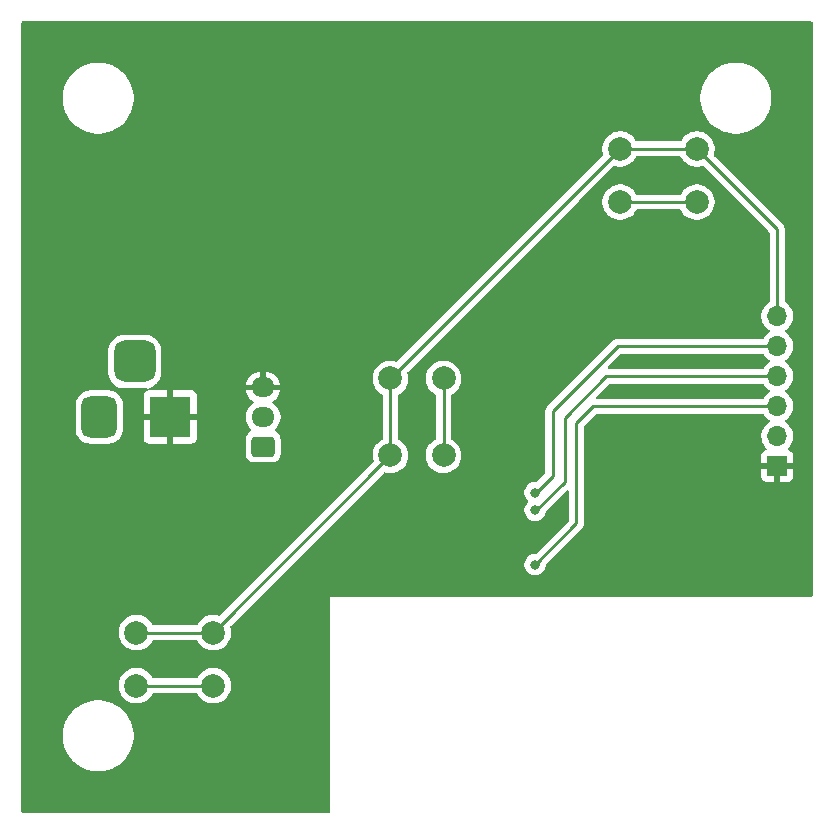
<source format=gbl>
G04 #@! TF.GenerationSoftware,KiCad,Pcbnew,9.0.1*
G04 #@! TF.CreationDate,2025-05-08T20:40:16+10:00*
G04 #@! TF.ProjectId,MooresESP32,4d6f6f72-6573-4455-9350-33322e6b6963,rev?*
G04 #@! TF.SameCoordinates,Original*
G04 #@! TF.FileFunction,Copper,L2,Bot*
G04 #@! TF.FilePolarity,Positive*
%FSLAX46Y46*%
G04 Gerber Fmt 4.6, Leading zero omitted, Abs format (unit mm)*
G04 Created by KiCad (PCBNEW 9.0.1) date 2025-05-08 20:40:16*
%MOMM*%
%LPD*%
G01*
G04 APERTURE LIST*
G04 Aperture macros list*
%AMRoundRect*
0 Rectangle with rounded corners*
0 $1 Rounding radius*
0 $2 $3 $4 $5 $6 $7 $8 $9 X,Y pos of 4 corners*
0 Add a 4 corners polygon primitive as box body*
4,1,4,$2,$3,$4,$5,$6,$7,$8,$9,$2,$3,0*
0 Add four circle primitives for the rounded corners*
1,1,$1+$1,$2,$3*
1,1,$1+$1,$4,$5*
1,1,$1+$1,$6,$7*
1,1,$1+$1,$8,$9*
0 Add four rect primitives between the rounded corners*
20,1,$1+$1,$2,$3,$4,$5,0*
20,1,$1+$1,$4,$5,$6,$7,0*
20,1,$1+$1,$6,$7,$8,$9,0*
20,1,$1+$1,$8,$9,$2,$3,0*%
G04 Aperture macros list end*
G04 #@! TA.AperFunction,ComponentPad*
%ADD10C,2.000000*%
G04 #@! TD*
G04 #@! TA.AperFunction,ComponentPad*
%ADD11R,1.700000X1.700000*%
G04 #@! TD*
G04 #@! TA.AperFunction,ComponentPad*
%ADD12O,1.700000X1.700000*%
G04 #@! TD*
G04 #@! TA.AperFunction,ComponentPad*
%ADD13R,3.500000X3.500000*%
G04 #@! TD*
G04 #@! TA.AperFunction,ComponentPad*
%ADD14RoundRect,0.750000X-0.750000X-1.000000X0.750000X-1.000000X0.750000X1.000000X-0.750000X1.000000X0*%
G04 #@! TD*
G04 #@! TA.AperFunction,ComponentPad*
%ADD15RoundRect,0.875000X-0.875000X-0.875000X0.875000X-0.875000X0.875000X0.875000X-0.875000X0.875000X0*%
G04 #@! TD*
G04 #@! TA.AperFunction,ComponentPad*
%ADD16RoundRect,0.250000X0.725000X-0.600000X0.725000X0.600000X-0.725000X0.600000X-0.725000X-0.600000X0*%
G04 #@! TD*
G04 #@! TA.AperFunction,ComponentPad*
%ADD17O,1.950000X1.700000*%
G04 #@! TD*
G04 #@! TA.AperFunction,ViaPad*
%ADD18C,0.800000*%
G04 #@! TD*
G04 #@! TA.AperFunction,Conductor*
%ADD19C,0.250000*%
G04 #@! TD*
G04 APERTURE END LIST*
D10*
G04 #@! TO.P,SW1,1,1*
G04 #@! TO.N,+3V3*
X165700000Y-82300000D03*
X172200000Y-82300000D03*
G04 #@! TO.P,SW1,2,2*
G04 #@! TO.N,BUTTON_1*
X165700000Y-86800000D03*
X172200000Y-86800000D03*
G04 #@! TD*
D11*
G04 #@! TO.P,J8,1,Pin_1*
G04 #@! TO.N,GND*
X179000000Y-109160000D03*
D12*
G04 #@! TO.P,J8,2,Pin_2*
G04 #@! TO.N,BOOT*
X179000000Y-106620000D03*
G04 #@! TO.P,J8,3,Pin_3*
G04 #@! TO.N,EN*
X179000000Y-104080000D03*
G04 #@! TO.P,J8,4,Pin_4*
G04 #@! TO.N,RX*
X179000000Y-101540000D03*
G04 #@! TO.P,J8,5,Pin_5*
G04 #@! TO.N,TX*
X179000000Y-99000000D03*
G04 #@! TO.P,J8,6,Pin_6*
G04 #@! TO.N,+3V3*
X179000000Y-96460000D03*
G04 #@! TD*
D10*
G04 #@! TO.P,SW2,1,1*
G04 #@! TO.N,+3V3*
X146250000Y-108239902D03*
X146250000Y-101739902D03*
G04 #@! TO.P,SW2,2,2*
G04 #@! TO.N,BUTTON_2*
X150750000Y-108239902D03*
X150750000Y-101739902D03*
G04 #@! TD*
G04 #@! TO.P,SW3,1,1*
G04 #@! TO.N,+3V3*
X124750000Y-123250000D03*
X131250000Y-123250000D03*
G04 #@! TO.P,SW3,2,2*
G04 #@! TO.N,BUTTON_3*
X124750000Y-127750000D03*
X131250000Y-127750000D03*
G04 #@! TD*
D13*
G04 #@! TO.P,J1,1*
G04 #@! TO.N,GND*
X127600000Y-105000000D03*
D14*
G04 #@! TO.P,J1,2*
G04 #@! TO.N,+5V*
X121600000Y-105000000D03*
D15*
G04 #@! TO.P,J1,3*
G04 #@! TO.N,unconnected-(J1-Pad3)*
X124600000Y-100300000D03*
G04 #@! TD*
D16*
G04 #@! TO.P,J3,1,Pin_1*
G04 #@! TO.N,+5V*
X135467500Y-107500000D03*
D17*
G04 #@! TO.P,J3,2,Pin_2*
G04 #@! TO.N,Net-(J3-Pin_2)*
X135467500Y-105000000D03*
G04 #@! TO.P,J3,3,Pin_3*
G04 #@! TO.N,GND*
X135467500Y-102500000D03*
G04 #@! TD*
D18*
G04 #@! TO.N,EN*
X158500000Y-117500000D03*
G04 #@! TO.N,RX*
X158500000Y-112900000D03*
G04 #@! TO.N,TX*
X158500000Y-111400000D03*
G04 #@! TD*
D19*
G04 #@! TO.N,+3V3*
X165700000Y-82300000D02*
X172200000Y-82300000D01*
X179000000Y-89100000D02*
X179000000Y-96460000D01*
X146250000Y-108250000D02*
X131250000Y-123250000D01*
X165700000Y-82300000D02*
X146250000Y-101750000D01*
X172200000Y-82300000D02*
X179000000Y-89100000D01*
X124750000Y-123250000D02*
X131250000Y-123250000D01*
X146250000Y-108239902D02*
X146250000Y-101739902D01*
G04 #@! TO.N,EN*
X179000000Y-104080000D02*
X163420000Y-104080000D01*
X162000000Y-105500000D02*
X162000000Y-114000000D01*
X162000000Y-114000000D02*
X158500000Y-117500000D01*
X163420000Y-104080000D02*
X162000000Y-105500000D01*
G04 #@! TO.N,BUTTON_1*
X165700000Y-86800000D02*
X172200000Y-86800000D01*
G04 #@! TO.N,BUTTON_2*
X150751468Y-108250000D02*
X150751468Y-101750000D01*
G04 #@! TO.N,BUTTON_3*
X124750000Y-127750000D02*
X131250000Y-127750000D01*
G04 #@! TO.N,RX*
X164540000Y-101540000D02*
X179000000Y-101540000D01*
X161000000Y-105080000D02*
X164540000Y-101540000D01*
X158600000Y-112900000D02*
X161000000Y-110500000D01*
X161000000Y-110500000D02*
X161000000Y-105080000D01*
X158500000Y-112900000D02*
X158600000Y-112900000D01*
G04 #@! TO.N,TX*
X158600000Y-111400000D02*
X160000000Y-110000000D01*
X160000000Y-110000000D02*
X160000000Y-104500000D01*
X158500000Y-111400000D02*
X158600000Y-111400000D01*
X165500000Y-99000000D02*
X179000000Y-99000000D01*
X160000000Y-104500000D02*
X165500000Y-99000000D01*
G04 #@! TD*
G04 #@! TA.AperFunction,Conductor*
G04 #@! TO.N,GND*
G36*
X181942539Y-71520185D02*
G01*
X181988294Y-71572989D01*
X181999500Y-71624500D01*
X181999500Y-120124000D01*
X181979815Y-120191039D01*
X181927011Y-120236794D01*
X181875500Y-120248000D01*
X141175000Y-120248000D01*
X141175000Y-138375500D01*
X141155315Y-138442539D01*
X141102511Y-138488294D01*
X141051000Y-138499500D01*
X115124500Y-138499500D01*
X115057461Y-138479815D01*
X115011706Y-138427011D01*
X115000500Y-138375500D01*
X115000500Y-131831491D01*
X118499500Y-131831491D01*
X118499500Y-132168508D01*
X118537231Y-132503381D01*
X118537233Y-132503397D01*
X118612223Y-132831953D01*
X118612227Y-132831965D01*
X118723532Y-133150054D01*
X118869752Y-133453683D01*
X118869754Y-133453686D01*
X119049054Y-133739039D01*
X119259175Y-134002523D01*
X119497477Y-134240825D01*
X119760961Y-134450946D01*
X120046314Y-134630246D01*
X120349949Y-134776469D01*
X120588848Y-134860063D01*
X120668034Y-134887772D01*
X120668046Y-134887776D01*
X120996606Y-134962767D01*
X121331492Y-135000499D01*
X121331493Y-135000500D01*
X121331496Y-135000500D01*
X121668507Y-135000500D01*
X121668507Y-135000499D01*
X122003394Y-134962767D01*
X122331954Y-134887776D01*
X122650051Y-134776469D01*
X122953686Y-134630246D01*
X123239039Y-134450946D01*
X123502523Y-134240825D01*
X123740825Y-134002523D01*
X123950946Y-133739039D01*
X124130246Y-133453686D01*
X124276469Y-133150051D01*
X124387776Y-132831954D01*
X124462767Y-132503394D01*
X124500500Y-132168504D01*
X124500500Y-131831496D01*
X124462767Y-131496606D01*
X124387776Y-131168046D01*
X124276469Y-130849949D01*
X124130246Y-130546314D01*
X123950946Y-130260961D01*
X123740825Y-129997477D01*
X123502523Y-129759175D01*
X123239039Y-129549054D01*
X122953686Y-129369754D01*
X122953683Y-129369752D01*
X122650054Y-129223532D01*
X122331965Y-129112227D01*
X122331953Y-129112223D01*
X122003397Y-129037233D01*
X122003381Y-129037231D01*
X121668508Y-128999500D01*
X121668504Y-128999500D01*
X121331496Y-128999500D01*
X121331491Y-128999500D01*
X120996618Y-129037231D01*
X120996602Y-129037233D01*
X120668046Y-129112223D01*
X120668034Y-129112227D01*
X120349945Y-129223532D01*
X120046316Y-129369752D01*
X119760962Y-129549053D01*
X119497477Y-129759174D01*
X119259174Y-129997477D01*
X119049053Y-130260962D01*
X118869752Y-130546316D01*
X118723532Y-130849945D01*
X118612227Y-131168034D01*
X118612223Y-131168046D01*
X118537233Y-131496602D01*
X118537231Y-131496618D01*
X118499500Y-131831491D01*
X115000500Y-131831491D01*
X115000500Y-127631902D01*
X123249500Y-127631902D01*
X123249500Y-127868097D01*
X123286446Y-128101368D01*
X123359433Y-128325996D01*
X123419155Y-128443205D01*
X123466657Y-128536433D01*
X123605483Y-128727510D01*
X123772490Y-128894517D01*
X123963567Y-129033343D01*
X123971202Y-129037233D01*
X124174003Y-129140566D01*
X124174005Y-129140566D01*
X124174008Y-129140568D01*
X124294412Y-129179689D01*
X124398631Y-129213553D01*
X124631903Y-129250500D01*
X124631908Y-129250500D01*
X124868097Y-129250500D01*
X125101368Y-129213553D01*
X125325992Y-129140568D01*
X125536433Y-129033343D01*
X125727510Y-128894517D01*
X125894517Y-128727510D01*
X126033343Y-128536433D01*
X126080845Y-128443205D01*
X126128820Y-128392409D01*
X126191330Y-128375500D01*
X129808670Y-128375500D01*
X129875709Y-128395185D01*
X129919155Y-128443205D01*
X129966657Y-128536433D01*
X130105483Y-128727510D01*
X130272490Y-128894517D01*
X130463567Y-129033343D01*
X130471202Y-129037233D01*
X130674003Y-129140566D01*
X130674005Y-129140566D01*
X130674008Y-129140568D01*
X130794412Y-129179689D01*
X130898631Y-129213553D01*
X131131903Y-129250500D01*
X131131908Y-129250500D01*
X131368097Y-129250500D01*
X131601368Y-129213553D01*
X131825992Y-129140568D01*
X132036433Y-129033343D01*
X132227510Y-128894517D01*
X132394517Y-128727510D01*
X132533343Y-128536433D01*
X132640568Y-128325992D01*
X132713553Y-128101368D01*
X132750500Y-127868097D01*
X132750500Y-127631902D01*
X132713553Y-127398631D01*
X132640566Y-127174003D01*
X132533342Y-126963566D01*
X132394517Y-126772490D01*
X132227510Y-126605483D01*
X132036433Y-126466657D01*
X131825996Y-126359433D01*
X131601368Y-126286446D01*
X131368097Y-126249500D01*
X131368092Y-126249500D01*
X131131908Y-126249500D01*
X131131903Y-126249500D01*
X130898631Y-126286446D01*
X130674003Y-126359433D01*
X130463566Y-126466657D01*
X130354550Y-126545862D01*
X130272490Y-126605483D01*
X130272488Y-126605485D01*
X130272487Y-126605485D01*
X130105485Y-126772487D01*
X130105485Y-126772488D01*
X130105483Y-126772490D01*
X130045862Y-126854550D01*
X129966657Y-126963566D01*
X129919155Y-127056795D01*
X129871180Y-127107591D01*
X129808670Y-127124500D01*
X126191330Y-127124500D01*
X126124291Y-127104815D01*
X126080845Y-127056795D01*
X126033342Y-126963566D01*
X125894517Y-126772490D01*
X125727510Y-126605483D01*
X125536433Y-126466657D01*
X125325996Y-126359433D01*
X125101368Y-126286446D01*
X124868097Y-126249500D01*
X124868092Y-126249500D01*
X124631908Y-126249500D01*
X124631903Y-126249500D01*
X124398631Y-126286446D01*
X124174003Y-126359433D01*
X123963566Y-126466657D01*
X123854550Y-126545862D01*
X123772490Y-126605483D01*
X123772488Y-126605485D01*
X123772487Y-126605485D01*
X123605485Y-126772487D01*
X123605485Y-126772488D01*
X123605483Y-126772490D01*
X123545862Y-126854550D01*
X123466657Y-126963566D01*
X123359433Y-127174003D01*
X123286446Y-127398631D01*
X123249500Y-127631902D01*
X115000500Y-127631902D01*
X115000500Y-123131902D01*
X123249500Y-123131902D01*
X123249500Y-123368097D01*
X123286446Y-123601368D01*
X123359433Y-123825996D01*
X123419155Y-123943205D01*
X123466657Y-124036433D01*
X123605483Y-124227510D01*
X123772490Y-124394517D01*
X123963567Y-124533343D01*
X124062991Y-124584002D01*
X124174003Y-124640566D01*
X124174005Y-124640566D01*
X124174008Y-124640568D01*
X124294412Y-124679689D01*
X124398631Y-124713553D01*
X124631903Y-124750500D01*
X124631908Y-124750500D01*
X124868097Y-124750500D01*
X125101368Y-124713553D01*
X125325992Y-124640568D01*
X125536433Y-124533343D01*
X125727510Y-124394517D01*
X125894517Y-124227510D01*
X126033343Y-124036433D01*
X126080845Y-123943205D01*
X126128820Y-123892409D01*
X126191330Y-123875500D01*
X129808670Y-123875500D01*
X129875709Y-123895185D01*
X129919155Y-123943205D01*
X129966657Y-124036433D01*
X130105483Y-124227510D01*
X130272490Y-124394517D01*
X130463567Y-124533343D01*
X130562991Y-124584002D01*
X130674003Y-124640566D01*
X130674005Y-124640566D01*
X130674008Y-124640568D01*
X130794412Y-124679689D01*
X130898631Y-124713553D01*
X131131903Y-124750500D01*
X131131908Y-124750500D01*
X131368097Y-124750500D01*
X131601368Y-124713553D01*
X131825992Y-124640568D01*
X132036433Y-124533343D01*
X132227510Y-124394517D01*
X132394517Y-124227510D01*
X132533343Y-124036433D01*
X132640568Y-123825992D01*
X132713553Y-123601368D01*
X132750500Y-123368097D01*
X132750500Y-123131902D01*
X132713553Y-122898631D01*
X132681219Y-122799119D01*
X132679224Y-122729278D01*
X132711467Y-122673121D01*
X145680744Y-109703845D01*
X145742065Y-109670362D01*
X145806739Y-109673596D01*
X145898632Y-109703455D01*
X146015270Y-109721928D01*
X146131903Y-109740402D01*
X146131908Y-109740402D01*
X146368097Y-109740402D01*
X146601368Y-109703455D01*
X146644172Y-109689547D01*
X146825992Y-109630470D01*
X147036433Y-109523245D01*
X147227510Y-109384419D01*
X147394517Y-109217412D01*
X147533343Y-109026335D01*
X147640568Y-108815894D01*
X147713553Y-108591270D01*
X147717135Y-108568656D01*
X147750500Y-108357999D01*
X147750500Y-108121804D01*
X147713553Y-107888533D01*
X147679689Y-107784314D01*
X147640568Y-107663910D01*
X147640566Y-107663907D01*
X147640566Y-107663905D01*
X147584002Y-107552893D01*
X147533343Y-107453469D01*
X147394517Y-107262392D01*
X147227510Y-107095385D01*
X147036433Y-106956559D01*
X147036432Y-106956558D01*
X147036430Y-106956557D01*
X146943204Y-106909055D01*
X146892409Y-106861080D01*
X146875500Y-106798571D01*
X146875500Y-103181231D01*
X146895185Y-103114192D01*
X146943205Y-103070746D01*
X147036433Y-103023245D01*
X147227510Y-102884419D01*
X147394517Y-102717412D01*
X147533343Y-102526335D01*
X147640568Y-102315894D01*
X147713553Y-102091270D01*
X147732422Y-101972138D01*
X147750500Y-101857999D01*
X147750500Y-101621804D01*
X149249500Y-101621804D01*
X149249500Y-101857999D01*
X149286446Y-102091270D01*
X149359433Y-102315898D01*
X149412769Y-102420574D01*
X149466657Y-102526335D01*
X149605483Y-102717412D01*
X149772490Y-102884419D01*
X149897164Y-102975000D01*
X149963568Y-103023246D01*
X149988955Y-103036181D01*
X150056793Y-103070746D01*
X150058262Y-103071494D01*
X150109058Y-103119468D01*
X150125968Y-103181979D01*
X150125968Y-106797823D01*
X150106283Y-106864862D01*
X150058264Y-106908307D01*
X149963569Y-106956557D01*
X149868028Y-107025972D01*
X149772490Y-107095385D01*
X149772488Y-107095387D01*
X149772487Y-107095387D01*
X149605485Y-107262389D01*
X149605485Y-107262390D01*
X149605483Y-107262392D01*
X149557950Y-107327816D01*
X149466657Y-107453468D01*
X149359433Y-107663905D01*
X149286446Y-107888533D01*
X149249500Y-108121804D01*
X149249500Y-108357999D01*
X149286446Y-108591270D01*
X149359433Y-108815898D01*
X149407381Y-108910000D01*
X149466657Y-109026335D01*
X149605483Y-109217412D01*
X149772490Y-109384419D01*
X149963567Y-109523245D01*
X150035897Y-109560099D01*
X150174003Y-109630468D01*
X150174005Y-109630468D01*
X150174008Y-109630470D01*
X150264892Y-109660000D01*
X150398631Y-109703455D01*
X150631903Y-109740402D01*
X150631908Y-109740402D01*
X150868097Y-109740402D01*
X151101368Y-109703455D01*
X151144172Y-109689547D01*
X151325992Y-109630470D01*
X151536433Y-109523245D01*
X151727510Y-109384419D01*
X151894517Y-109217412D01*
X152033343Y-109026335D01*
X152140568Y-108815894D01*
X152213553Y-108591270D01*
X152217135Y-108568656D01*
X152250500Y-108357999D01*
X152250500Y-108121804D01*
X152213553Y-107888533D01*
X152179689Y-107784314D01*
X152140568Y-107663910D01*
X152140566Y-107663907D01*
X152140566Y-107663905D01*
X152084002Y-107552893D01*
X152033343Y-107453469D01*
X151894517Y-107262392D01*
X151727510Y-107095385D01*
X151536433Y-106956559D01*
X151536432Y-106956558D01*
X151536430Y-106956557D01*
X151444672Y-106909803D01*
X151393877Y-106861828D01*
X151376968Y-106799319D01*
X151376968Y-103180483D01*
X151396653Y-103113444D01*
X151444673Y-103069998D01*
X151536433Y-103023245D01*
X151727510Y-102884419D01*
X151894517Y-102717412D01*
X152033343Y-102526335D01*
X152140568Y-102315894D01*
X152213553Y-102091270D01*
X152232422Y-101972138D01*
X152250500Y-101857999D01*
X152250500Y-101621804D01*
X152213553Y-101388533D01*
X152168184Y-101248904D01*
X152140568Y-101163910D01*
X152140566Y-101163907D01*
X152140566Y-101163905D01*
X152033342Y-100953468D01*
X151894517Y-100762392D01*
X151727510Y-100595385D01*
X151536433Y-100456559D01*
X151325996Y-100349335D01*
X151101368Y-100276348D01*
X150868097Y-100239402D01*
X150868092Y-100239402D01*
X150631908Y-100239402D01*
X150631903Y-100239402D01*
X150398631Y-100276348D01*
X150174003Y-100349335D01*
X149963566Y-100456559D01*
X149890163Y-100509890D01*
X149772490Y-100595385D01*
X149772488Y-100595387D01*
X149772487Y-100595387D01*
X149605485Y-100762389D01*
X149605485Y-100762390D01*
X149605483Y-100762392D01*
X149597883Y-100772853D01*
X149466657Y-100953468D01*
X149359433Y-101163905D01*
X149286446Y-101388533D01*
X149249500Y-101621804D01*
X147750500Y-101621804D01*
X147725868Y-101466292D01*
X147713553Y-101388534D01*
X147683694Y-101296641D01*
X147681700Y-101226801D01*
X147713943Y-101170645D01*
X162202686Y-86681902D01*
X164199500Y-86681902D01*
X164199500Y-86918097D01*
X164236446Y-87151368D01*
X164309433Y-87375996D01*
X164369155Y-87493205D01*
X164416657Y-87586433D01*
X164555483Y-87777510D01*
X164722490Y-87944517D01*
X164913567Y-88083343D01*
X165012991Y-88134002D01*
X165124003Y-88190566D01*
X165124005Y-88190566D01*
X165124008Y-88190568D01*
X165244412Y-88229689D01*
X165348631Y-88263553D01*
X165581903Y-88300500D01*
X165581908Y-88300500D01*
X165818097Y-88300500D01*
X166051368Y-88263553D01*
X166275992Y-88190568D01*
X166486433Y-88083343D01*
X166677510Y-87944517D01*
X166844517Y-87777510D01*
X166983343Y-87586433D01*
X167030845Y-87493205D01*
X167078820Y-87442409D01*
X167141330Y-87425500D01*
X170758670Y-87425500D01*
X170825709Y-87445185D01*
X170869155Y-87493205D01*
X170916657Y-87586433D01*
X171055483Y-87777510D01*
X171222490Y-87944517D01*
X171413567Y-88083343D01*
X171512991Y-88134002D01*
X171624003Y-88190566D01*
X171624005Y-88190566D01*
X171624008Y-88190568D01*
X171744412Y-88229689D01*
X171848631Y-88263553D01*
X172081903Y-88300500D01*
X172081908Y-88300500D01*
X172318097Y-88300500D01*
X172551368Y-88263553D01*
X172775992Y-88190568D01*
X172986433Y-88083343D01*
X173177510Y-87944517D01*
X173344517Y-87777510D01*
X173483343Y-87586433D01*
X173590568Y-87375992D01*
X173663553Y-87151368D01*
X173700500Y-86918097D01*
X173700500Y-86681902D01*
X173663553Y-86448631D01*
X173590566Y-86224003D01*
X173483342Y-86013566D01*
X173344517Y-85822490D01*
X173177510Y-85655483D01*
X172986433Y-85516657D01*
X172775996Y-85409433D01*
X172551368Y-85336446D01*
X172318097Y-85299500D01*
X172318092Y-85299500D01*
X172081908Y-85299500D01*
X172081903Y-85299500D01*
X171848631Y-85336446D01*
X171624003Y-85409433D01*
X171413566Y-85516657D01*
X171304550Y-85595862D01*
X171222490Y-85655483D01*
X171222488Y-85655485D01*
X171222487Y-85655485D01*
X171055485Y-85822487D01*
X171055485Y-85822488D01*
X171055483Y-85822490D01*
X170995862Y-85904550D01*
X170916657Y-86013566D01*
X170869155Y-86106795D01*
X170821180Y-86157591D01*
X170758670Y-86174500D01*
X167141330Y-86174500D01*
X167074291Y-86154815D01*
X167030845Y-86106795D01*
X166983342Y-86013566D01*
X166844517Y-85822490D01*
X166677510Y-85655483D01*
X166486433Y-85516657D01*
X166275996Y-85409433D01*
X166051368Y-85336446D01*
X165818097Y-85299500D01*
X165818092Y-85299500D01*
X165581908Y-85299500D01*
X165581903Y-85299500D01*
X165348631Y-85336446D01*
X165124003Y-85409433D01*
X164913566Y-85516657D01*
X164804550Y-85595862D01*
X164722490Y-85655483D01*
X164722488Y-85655485D01*
X164722487Y-85655485D01*
X164555485Y-85822487D01*
X164555485Y-85822488D01*
X164555483Y-85822490D01*
X164495862Y-85904550D01*
X164416657Y-86013566D01*
X164309433Y-86224003D01*
X164236446Y-86448631D01*
X164199500Y-86681902D01*
X162202686Y-86681902D01*
X165123121Y-83761467D01*
X165184442Y-83727984D01*
X165249117Y-83731218D01*
X165295517Y-83746295D01*
X165348631Y-83763553D01*
X165581903Y-83800500D01*
X165581908Y-83800500D01*
X165818097Y-83800500D01*
X166051368Y-83763553D01*
X166150881Y-83731219D01*
X166275992Y-83690568D01*
X166486433Y-83583343D01*
X166677510Y-83444517D01*
X166844517Y-83277510D01*
X166983343Y-83086433D01*
X167030845Y-82993205D01*
X167078820Y-82942409D01*
X167141330Y-82925500D01*
X170758670Y-82925500D01*
X170825709Y-82945185D01*
X170869155Y-82993205D01*
X170916657Y-83086433D01*
X171055483Y-83277510D01*
X171222490Y-83444517D01*
X171413567Y-83583343D01*
X171512991Y-83634002D01*
X171624003Y-83690566D01*
X171624005Y-83690566D01*
X171624008Y-83690568D01*
X171676852Y-83707738D01*
X171848631Y-83763553D01*
X172081903Y-83800500D01*
X172081908Y-83800500D01*
X172318097Y-83800500D01*
X172551368Y-83763553D01*
X172557782Y-83761469D01*
X172650881Y-83731218D01*
X172720720Y-83729223D01*
X172776879Y-83761469D01*
X178338181Y-89322771D01*
X178371666Y-89384094D01*
X178374500Y-89410452D01*
X178374500Y-95187019D01*
X178354815Y-95254058D01*
X178306797Y-95297503D01*
X178292180Y-95304950D01*
X178120213Y-95429890D01*
X177969890Y-95580213D01*
X177844951Y-95752179D01*
X177748444Y-95941585D01*
X177682753Y-96143760D01*
X177649500Y-96353713D01*
X177649500Y-96566286D01*
X177682753Y-96776239D01*
X177748444Y-96978414D01*
X177844951Y-97167820D01*
X177969890Y-97339786D01*
X178120213Y-97490109D01*
X178292182Y-97615050D01*
X178300946Y-97619516D01*
X178351742Y-97667491D01*
X178368536Y-97735312D01*
X178345998Y-97801447D01*
X178300946Y-97840484D01*
X178292182Y-97844949D01*
X178120213Y-97969890D01*
X177969890Y-98120213D01*
X177844950Y-98292180D01*
X177837503Y-98306797D01*
X177789527Y-98357592D01*
X177727019Y-98374500D01*
X165567741Y-98374500D01*
X165567721Y-98374499D01*
X165561607Y-98374499D01*
X165438394Y-98374499D01*
X165337597Y-98394548D01*
X165337592Y-98394548D01*
X165317549Y-98398536D01*
X165317547Y-98398536D01*
X165270397Y-98418067D01*
X165203719Y-98445685D01*
X165203717Y-98445686D01*
X165101266Y-98514141D01*
X165101263Y-98514144D01*
X160937898Y-102677511D01*
X159601269Y-104014140D01*
X159601267Y-104014142D01*
X159557704Y-104057704D01*
X159514142Y-104101266D01*
X159490797Y-104136204D01*
X159490792Y-104136211D01*
X159487188Y-104141607D01*
X159445688Y-104203714D01*
X159412347Y-104284207D01*
X159410174Y-104289452D01*
X159410174Y-104289453D01*
X159398537Y-104317545D01*
X159398535Y-104317553D01*
X159374500Y-104438389D01*
X159374500Y-109689547D01*
X159354815Y-109756586D01*
X159338181Y-109777228D01*
X158652228Y-110463181D01*
X158590905Y-110496666D01*
X158564547Y-110499500D01*
X158411306Y-110499500D01*
X158237341Y-110534103D01*
X158237332Y-110534106D01*
X158073459Y-110601983D01*
X158073446Y-110601990D01*
X157925965Y-110700535D01*
X157925961Y-110700538D01*
X157800538Y-110825961D01*
X157800535Y-110825965D01*
X157701990Y-110973446D01*
X157701983Y-110973459D01*
X157634106Y-111137332D01*
X157634103Y-111137341D01*
X157599500Y-111311304D01*
X157599500Y-111488695D01*
X157634103Y-111662658D01*
X157634106Y-111662667D01*
X157701983Y-111826540D01*
X157701990Y-111826553D01*
X157800535Y-111974034D01*
X157800538Y-111974038D01*
X157888819Y-112062319D01*
X157922304Y-112123642D01*
X157917320Y-112193334D01*
X157888819Y-112237681D01*
X157800538Y-112325961D01*
X157800535Y-112325965D01*
X157701990Y-112473446D01*
X157701983Y-112473459D01*
X157634106Y-112637332D01*
X157634103Y-112637341D01*
X157599500Y-112811304D01*
X157599500Y-112988695D01*
X157634103Y-113162658D01*
X157634106Y-113162667D01*
X157701983Y-113326540D01*
X157701990Y-113326553D01*
X157800535Y-113474034D01*
X157800538Y-113474038D01*
X157925961Y-113599461D01*
X157925965Y-113599464D01*
X158073446Y-113698009D01*
X158073459Y-113698016D01*
X158177014Y-113740909D01*
X158237334Y-113765894D01*
X158237336Y-113765894D01*
X158237341Y-113765896D01*
X158411304Y-113800499D01*
X158411307Y-113800500D01*
X158411309Y-113800500D01*
X158588693Y-113800500D01*
X158588694Y-113800499D01*
X158646682Y-113788964D01*
X158762658Y-113765896D01*
X158762661Y-113765894D01*
X158762666Y-113765894D01*
X158926547Y-113698013D01*
X159074035Y-113599464D01*
X159199464Y-113474035D01*
X159298013Y-113326547D01*
X159365894Y-113162666D01*
X159394304Y-113019838D01*
X159426688Y-112957928D01*
X159428182Y-112956407D01*
X161162819Y-111221771D01*
X161224142Y-111188286D01*
X161293834Y-111193270D01*
X161349767Y-111235142D01*
X161374184Y-111300606D01*
X161374500Y-111309452D01*
X161374500Y-113689547D01*
X161354815Y-113756586D01*
X161338181Y-113777228D01*
X158552229Y-116563181D01*
X158490906Y-116596666D01*
X158464548Y-116599500D01*
X158411306Y-116599500D01*
X158237341Y-116634103D01*
X158237332Y-116634106D01*
X158073459Y-116701983D01*
X158073446Y-116701990D01*
X157925965Y-116800535D01*
X157925961Y-116800538D01*
X157800538Y-116925961D01*
X157800535Y-116925965D01*
X157701990Y-117073446D01*
X157701983Y-117073459D01*
X157634106Y-117237332D01*
X157634103Y-117237341D01*
X157599500Y-117411304D01*
X157599500Y-117588695D01*
X157634103Y-117762658D01*
X157634106Y-117762667D01*
X157701983Y-117926540D01*
X157701990Y-117926553D01*
X157800535Y-118074034D01*
X157800538Y-118074038D01*
X157925961Y-118199461D01*
X157925965Y-118199464D01*
X158073446Y-118298009D01*
X158073459Y-118298016D01*
X158196363Y-118348923D01*
X158237334Y-118365894D01*
X158237336Y-118365894D01*
X158237341Y-118365896D01*
X158411304Y-118400499D01*
X158411307Y-118400500D01*
X158411309Y-118400500D01*
X158588693Y-118400500D01*
X158588694Y-118400499D01*
X158646682Y-118388964D01*
X158762658Y-118365896D01*
X158762661Y-118365894D01*
X158762666Y-118365894D01*
X158926547Y-118298013D01*
X159074035Y-118199464D01*
X159199464Y-118074035D01*
X159298013Y-117926547D01*
X159365894Y-117762666D01*
X159400500Y-117588691D01*
X159400500Y-117535452D01*
X159420185Y-117468413D01*
X159436819Y-117447771D01*
X162485854Y-114398737D01*
X162485857Y-114398734D01*
X162554311Y-114296286D01*
X162601463Y-114182452D01*
X162625500Y-114061607D01*
X162625500Y-113938394D01*
X162625500Y-105810452D01*
X162645185Y-105743413D01*
X162661819Y-105722771D01*
X163642771Y-104741819D01*
X163704094Y-104708334D01*
X163730452Y-104705500D01*
X177727019Y-104705500D01*
X177794058Y-104725185D01*
X177837503Y-104773203D01*
X177844950Y-104787819D01*
X177969890Y-104959786D01*
X178120213Y-105110109D01*
X178292182Y-105235050D01*
X178300946Y-105239516D01*
X178351742Y-105287491D01*
X178368536Y-105355312D01*
X178345998Y-105421447D01*
X178300946Y-105460484D01*
X178292182Y-105464949D01*
X178120213Y-105589890D01*
X177969890Y-105740213D01*
X177844951Y-105912179D01*
X177748444Y-106101585D01*
X177682753Y-106303760D01*
X177649500Y-106513713D01*
X177649500Y-106726286D01*
X177673102Y-106875307D01*
X177682754Y-106936243D01*
X177738298Y-107107190D01*
X177748444Y-107138414D01*
X177844951Y-107327820D01*
X177969890Y-107499786D01*
X178083818Y-107613714D01*
X178117303Y-107675037D01*
X178112319Y-107744729D01*
X178070447Y-107800662D01*
X178039471Y-107817577D01*
X177907912Y-107866646D01*
X177907906Y-107866649D01*
X177792812Y-107952809D01*
X177792809Y-107952812D01*
X177706649Y-108067906D01*
X177706645Y-108067913D01*
X177656403Y-108202620D01*
X177656401Y-108202627D01*
X177650000Y-108262155D01*
X177650000Y-108910000D01*
X178566988Y-108910000D01*
X178534075Y-108967007D01*
X178500000Y-109094174D01*
X178500000Y-109225826D01*
X178534075Y-109352993D01*
X178566988Y-109410000D01*
X177650000Y-109410000D01*
X177650000Y-110057844D01*
X177656401Y-110117372D01*
X177656403Y-110117379D01*
X177706645Y-110252086D01*
X177706649Y-110252093D01*
X177792809Y-110367187D01*
X177792812Y-110367190D01*
X177907906Y-110453350D01*
X177907913Y-110453354D01*
X178042620Y-110503596D01*
X178042627Y-110503598D01*
X178102155Y-110509999D01*
X178102172Y-110510000D01*
X178750000Y-110510000D01*
X178750000Y-109593012D01*
X178807007Y-109625925D01*
X178934174Y-109660000D01*
X179065826Y-109660000D01*
X179192993Y-109625925D01*
X179250000Y-109593012D01*
X179250000Y-110510000D01*
X179897828Y-110510000D01*
X179897844Y-110509999D01*
X179957372Y-110503598D01*
X179957379Y-110503596D01*
X180092086Y-110453354D01*
X180092093Y-110453350D01*
X180207187Y-110367190D01*
X180207190Y-110367187D01*
X180293350Y-110252093D01*
X180293354Y-110252086D01*
X180343596Y-110117379D01*
X180343598Y-110117372D01*
X180349999Y-110057844D01*
X180350000Y-110057827D01*
X180350000Y-109410000D01*
X179433012Y-109410000D01*
X179465925Y-109352993D01*
X179500000Y-109225826D01*
X179500000Y-109094174D01*
X179465925Y-108967007D01*
X179433012Y-108910000D01*
X180350000Y-108910000D01*
X180350000Y-108262172D01*
X180349999Y-108262155D01*
X180343598Y-108202627D01*
X180343596Y-108202620D01*
X180293354Y-108067913D01*
X180293350Y-108067906D01*
X180207190Y-107952812D01*
X180207187Y-107952809D01*
X180092093Y-107866649D01*
X180092088Y-107866646D01*
X179960528Y-107817577D01*
X179904595Y-107775705D01*
X179880178Y-107710241D01*
X179895030Y-107641968D01*
X179916175Y-107613720D01*
X180030104Y-107499792D01*
X180063760Y-107453469D01*
X180155048Y-107327820D01*
X180155047Y-107327820D01*
X180155051Y-107327816D01*
X180251557Y-107138412D01*
X180317246Y-106936243D01*
X180350500Y-106726287D01*
X180350500Y-106513713D01*
X180317246Y-106303757D01*
X180251557Y-106101588D01*
X180155051Y-105912184D01*
X180155049Y-105912181D01*
X180155048Y-105912179D01*
X180030109Y-105740213D01*
X179879786Y-105589890D01*
X179707820Y-105464951D01*
X179707115Y-105464591D01*
X179699054Y-105460485D01*
X179648259Y-105412512D01*
X179631463Y-105344692D01*
X179653999Y-105278556D01*
X179699054Y-105239515D01*
X179707816Y-105235051D01*
X179729789Y-105219086D01*
X179879786Y-105110109D01*
X179879788Y-105110106D01*
X179879792Y-105110104D01*
X180030104Y-104959792D01*
X180030106Y-104959788D01*
X180030109Y-104959786D01*
X180155048Y-104787820D01*
X180155049Y-104787819D01*
X180155051Y-104787816D01*
X180251557Y-104598412D01*
X180317246Y-104396243D01*
X180350500Y-104186287D01*
X180350500Y-103973713D01*
X180317246Y-103763757D01*
X180251557Y-103561588D01*
X180155051Y-103372184D01*
X180155049Y-103372181D01*
X180155048Y-103372179D01*
X180030109Y-103200213D01*
X179879786Y-103049890D01*
X179707820Y-102924951D01*
X179707115Y-102924591D01*
X179699054Y-102920485D01*
X179648259Y-102872512D01*
X179631463Y-102804692D01*
X179653999Y-102738556D01*
X179699054Y-102699515D01*
X179707816Y-102695051D01*
X179731958Y-102677511D01*
X179879786Y-102570109D01*
X179879788Y-102570106D01*
X179879792Y-102570104D01*
X180030104Y-102419792D01*
X180030106Y-102419788D01*
X180030109Y-102419786D01*
X180155048Y-102247820D01*
X180155049Y-102247819D01*
X180155051Y-102247816D01*
X180251557Y-102058412D01*
X180317246Y-101856243D01*
X180350500Y-101646287D01*
X180350500Y-101433713D01*
X180317246Y-101223757D01*
X180251557Y-101021588D01*
X180155051Y-100832184D01*
X180155049Y-100832181D01*
X180155048Y-100832179D01*
X180030109Y-100660213D01*
X179879786Y-100509890D01*
X179707820Y-100384951D01*
X179707115Y-100384591D01*
X179699054Y-100380485D01*
X179648259Y-100332512D01*
X179631463Y-100264692D01*
X179653999Y-100198556D01*
X179699054Y-100159515D01*
X179707816Y-100155051D01*
X179729789Y-100139086D01*
X179879786Y-100030109D01*
X179879788Y-100030106D01*
X179879792Y-100030104D01*
X180030104Y-99879792D01*
X180030106Y-99879788D01*
X180030109Y-99879786D01*
X180155048Y-99707820D01*
X180155049Y-99707819D01*
X180155051Y-99707816D01*
X180251557Y-99518412D01*
X180317246Y-99316243D01*
X180350500Y-99106287D01*
X180350500Y-98893713D01*
X180317246Y-98683757D01*
X180251557Y-98481588D01*
X180155051Y-98292184D01*
X180155049Y-98292181D01*
X180155048Y-98292179D01*
X180030109Y-98120213D01*
X179879786Y-97969890D01*
X179707820Y-97844951D01*
X179707115Y-97844591D01*
X179699054Y-97840485D01*
X179648259Y-97792512D01*
X179631463Y-97724692D01*
X179653999Y-97658556D01*
X179699054Y-97619515D01*
X179707816Y-97615051D01*
X179729789Y-97599086D01*
X179879786Y-97490109D01*
X179879788Y-97490106D01*
X179879792Y-97490104D01*
X180030104Y-97339792D01*
X180030106Y-97339788D01*
X180030109Y-97339786D01*
X180155048Y-97167820D01*
X180155047Y-97167820D01*
X180155051Y-97167816D01*
X180251557Y-96978412D01*
X180317246Y-96776243D01*
X180350500Y-96566287D01*
X180350500Y-96353713D01*
X180317246Y-96143757D01*
X180251557Y-95941588D01*
X180155051Y-95752184D01*
X180155049Y-95752181D01*
X180155048Y-95752179D01*
X180030109Y-95580213D01*
X179879786Y-95429890D01*
X179707819Y-95304950D01*
X179693203Y-95297503D01*
X179642408Y-95249527D01*
X179625500Y-95187019D01*
X179625500Y-89038393D01*
X179625499Y-89038389D01*
X179601464Y-88917555D01*
X179601463Y-88917548D01*
X179554311Y-88803714D01*
X179554310Y-88803713D01*
X179554307Y-88803707D01*
X179485858Y-88701267D01*
X179485855Y-88701263D01*
X179395637Y-88611045D01*
X179395606Y-88611016D01*
X173661469Y-82876879D01*
X173627984Y-82815556D01*
X173631218Y-82750881D01*
X173663553Y-82651368D01*
X173700500Y-82418097D01*
X173700500Y-82181902D01*
X173663553Y-81948631D01*
X173590566Y-81724003D01*
X173483342Y-81513566D01*
X173344517Y-81322490D01*
X173177510Y-81155483D01*
X172986433Y-81016657D01*
X172954721Y-81000499D01*
X172775996Y-80909433D01*
X172551368Y-80836446D01*
X172318097Y-80799500D01*
X172318092Y-80799500D01*
X172081908Y-80799500D01*
X172081903Y-80799500D01*
X171848631Y-80836446D01*
X171624003Y-80909433D01*
X171413566Y-81016657D01*
X171304550Y-81095862D01*
X171222490Y-81155483D01*
X171222488Y-81155485D01*
X171222487Y-81155485D01*
X171055485Y-81322487D01*
X171055485Y-81322488D01*
X171055483Y-81322490D01*
X170995862Y-81404550D01*
X170916657Y-81513566D01*
X170869155Y-81606795D01*
X170821180Y-81657591D01*
X170758670Y-81674500D01*
X167141330Y-81674500D01*
X167074291Y-81654815D01*
X167030845Y-81606795D01*
X166983342Y-81513566D01*
X166844517Y-81322490D01*
X166677510Y-81155483D01*
X166486433Y-81016657D01*
X166454721Y-81000499D01*
X166275996Y-80909433D01*
X166051368Y-80836446D01*
X165818097Y-80799500D01*
X165818092Y-80799500D01*
X165581908Y-80799500D01*
X165581903Y-80799500D01*
X165348631Y-80836446D01*
X165124003Y-80909433D01*
X164913566Y-81016657D01*
X164804550Y-81095862D01*
X164722490Y-81155483D01*
X164722488Y-81155485D01*
X164722487Y-81155485D01*
X164555485Y-81322487D01*
X164555485Y-81322488D01*
X164555483Y-81322490D01*
X164495862Y-81404550D01*
X164416657Y-81513566D01*
X164309433Y-81724003D01*
X164236446Y-81948631D01*
X164199500Y-82181902D01*
X164199500Y-82418097D01*
X164236447Y-82651371D01*
X164268779Y-82750881D01*
X164270774Y-82820722D01*
X164238529Y-82876879D01*
X146834500Y-100280908D01*
X146773177Y-100314393D01*
X146708501Y-100311158D01*
X146601370Y-100276349D01*
X146368097Y-100239402D01*
X146368092Y-100239402D01*
X146131908Y-100239402D01*
X146131903Y-100239402D01*
X145898631Y-100276348D01*
X145674003Y-100349335D01*
X145463566Y-100456559D01*
X145390163Y-100509890D01*
X145272490Y-100595385D01*
X145272488Y-100595387D01*
X145272487Y-100595387D01*
X145105485Y-100762389D01*
X145105485Y-100762390D01*
X145105483Y-100762392D01*
X145097883Y-100772853D01*
X144966657Y-100953468D01*
X144859433Y-101163905D01*
X144786446Y-101388533D01*
X144749500Y-101621804D01*
X144749500Y-101857999D01*
X144786446Y-102091270D01*
X144859433Y-102315898D01*
X144912769Y-102420574D01*
X144966657Y-102526335D01*
X145105483Y-102717412D01*
X145272490Y-102884419D01*
X145397164Y-102975000D01*
X145463568Y-103023246D01*
X145488955Y-103036181D01*
X145556794Y-103070746D01*
X145607590Y-103118720D01*
X145624500Y-103181231D01*
X145624500Y-106798571D01*
X145604815Y-106865610D01*
X145556796Y-106909055D01*
X145463569Y-106956557D01*
X145368028Y-107025972D01*
X145272490Y-107095385D01*
X145272488Y-107095387D01*
X145272487Y-107095387D01*
X145105485Y-107262389D01*
X145105485Y-107262390D01*
X145105483Y-107262392D01*
X145057950Y-107327816D01*
X144966657Y-107453468D01*
X144859433Y-107663905D01*
X144786446Y-107888533D01*
X144749500Y-108121804D01*
X144749500Y-108357999D01*
X144786446Y-108591266D01*
X144786447Y-108591271D01*
X144821256Y-108698403D01*
X144823251Y-108768244D01*
X144791006Y-108824401D01*
X131826879Y-121788529D01*
X131765556Y-121822014D01*
X131700881Y-121818779D01*
X131601371Y-121786447D01*
X131368097Y-121749500D01*
X131368092Y-121749500D01*
X131131908Y-121749500D01*
X131131903Y-121749500D01*
X130898631Y-121786446D01*
X130674003Y-121859433D01*
X130463566Y-121966657D01*
X130354550Y-122045862D01*
X130272490Y-122105483D01*
X130272488Y-122105485D01*
X130272487Y-122105485D01*
X130105485Y-122272487D01*
X130105485Y-122272488D01*
X130105483Y-122272490D01*
X130045862Y-122354550D01*
X129966657Y-122463566D01*
X129919155Y-122556795D01*
X129871180Y-122607591D01*
X129808670Y-122624500D01*
X126191330Y-122624500D01*
X126124291Y-122604815D01*
X126080845Y-122556795D01*
X126033342Y-122463566D01*
X125894517Y-122272490D01*
X125727510Y-122105483D01*
X125536433Y-121966657D01*
X125325996Y-121859433D01*
X125101368Y-121786446D01*
X124868097Y-121749500D01*
X124868092Y-121749500D01*
X124631908Y-121749500D01*
X124631903Y-121749500D01*
X124398631Y-121786446D01*
X124174003Y-121859433D01*
X123963566Y-121966657D01*
X123854550Y-122045862D01*
X123772490Y-122105483D01*
X123772488Y-122105485D01*
X123772487Y-122105485D01*
X123605485Y-122272487D01*
X123605485Y-122272488D01*
X123605483Y-122272490D01*
X123545862Y-122354550D01*
X123466657Y-122463566D01*
X123359433Y-122674003D01*
X123286446Y-122898631D01*
X123249500Y-123131902D01*
X115000500Y-123131902D01*
X115000500Y-103935777D01*
X119599500Y-103935777D01*
X119599500Y-106064208D01*
X119599501Y-106064223D01*
X119609904Y-106196413D01*
X119609905Y-106196420D01*
X119664902Y-106414678D01*
X119664903Y-106414681D01*
X119757991Y-106619622D01*
X119757997Y-106619632D01*
X119886174Y-106804645D01*
X119886178Y-106804650D01*
X119886181Y-106804654D01*
X120045346Y-106963819D01*
X120045350Y-106963822D01*
X120045354Y-106963825D01*
X120086157Y-106992093D01*
X120230374Y-107092007D01*
X120435317Y-107185096D01*
X120435321Y-107185097D01*
X120653579Y-107240094D01*
X120653581Y-107240094D01*
X120653588Y-107240096D01*
X120785783Y-107250500D01*
X122414216Y-107250499D01*
X122546412Y-107240096D01*
X122764683Y-107185096D01*
X122969626Y-107092007D01*
X123154654Y-106963819D01*
X123313819Y-106804654D01*
X123442007Y-106619626D01*
X123535096Y-106414683D01*
X123590096Y-106196412D01*
X123600500Y-106064217D01*
X123600500Y-105106286D01*
X123600500Y-104888841D01*
X123600499Y-103935791D01*
X123600498Y-103935783D01*
X123590096Y-103803588D01*
X123580059Y-103763757D01*
X123535097Y-103585321D01*
X123535096Y-103585318D01*
X123524317Y-103561588D01*
X123442007Y-103380374D01*
X123395228Y-103312853D01*
X123313825Y-103195354D01*
X123313822Y-103195350D01*
X123313819Y-103195346D01*
X123154654Y-103036181D01*
X123154650Y-103036178D01*
X123154645Y-103036174D01*
X122969632Y-102907997D01*
X122969630Y-102907995D01*
X122969626Y-102907993D01*
X122936197Y-102892809D01*
X122764681Y-102814903D01*
X122764678Y-102814902D01*
X122546420Y-102759905D01*
X122546413Y-102759904D01*
X122501902Y-102756401D01*
X122414217Y-102749500D01*
X122414215Y-102749500D01*
X120785791Y-102749500D01*
X120785776Y-102749501D01*
X120653586Y-102759904D01*
X120653579Y-102759905D01*
X120435321Y-102814902D01*
X120435318Y-102814903D01*
X120230377Y-102907991D01*
X120230367Y-102907997D01*
X120045354Y-103036174D01*
X120045342Y-103036184D01*
X119886184Y-103195342D01*
X119886174Y-103195354D01*
X119757997Y-103380367D01*
X119757991Y-103380377D01*
X119664903Y-103585318D01*
X119664902Y-103585321D01*
X119609905Y-103803579D01*
X119609904Y-103803586D01*
X119599500Y-103935777D01*
X115000500Y-103935777D01*
X115000500Y-99331386D01*
X122349500Y-99331386D01*
X122349500Y-101268613D01*
X122349501Y-101268652D01*
X122352295Y-101321243D01*
X122352295Y-101321244D01*
X122396754Y-101551121D01*
X122396755Y-101551126D01*
X122422949Y-101620535D01*
X122479425Y-101770189D01*
X122597929Y-101972131D01*
X122597934Y-101972138D01*
X122748856Y-102151141D01*
X122748858Y-102151143D01*
X122927861Y-102302065D01*
X122927868Y-102302070D01*
X123129810Y-102420574D01*
X123348874Y-102503245D01*
X123578759Y-102547705D01*
X123631378Y-102550500D01*
X123631386Y-102550500D01*
X125568614Y-102550500D01*
X125568622Y-102550500D01*
X125568634Y-102550499D01*
X125568645Y-102550499D01*
X125575730Y-102550122D01*
X125606692Y-102548477D01*
X125674679Y-102564575D01*
X125723172Y-102614876D01*
X125736773Y-102683409D01*
X125711162Y-102748416D01*
X125656606Y-102788483D01*
X125607916Y-102806644D01*
X125607906Y-102806649D01*
X125492812Y-102892809D01*
X125492809Y-102892812D01*
X125406649Y-103007906D01*
X125406645Y-103007913D01*
X125356403Y-103142620D01*
X125356401Y-103142627D01*
X125350000Y-103202155D01*
X125350000Y-104750000D01*
X127100000Y-104750000D01*
X127100000Y-105250000D01*
X125350000Y-105250000D01*
X125350000Y-106797844D01*
X125356401Y-106857372D01*
X125356403Y-106857379D01*
X125406645Y-106992086D01*
X125406649Y-106992093D01*
X125492809Y-107107187D01*
X125492812Y-107107190D01*
X125607906Y-107193350D01*
X125607913Y-107193354D01*
X125742620Y-107243596D01*
X125742627Y-107243598D01*
X125802155Y-107249999D01*
X125802172Y-107250000D01*
X127350000Y-107250000D01*
X127350000Y-106433012D01*
X127407007Y-106465925D01*
X127534174Y-106500000D01*
X127665826Y-106500000D01*
X127792993Y-106465925D01*
X127850000Y-106433012D01*
X127850000Y-107250000D01*
X129397828Y-107250000D01*
X129397844Y-107249999D01*
X129457372Y-107243598D01*
X129457379Y-107243596D01*
X129592086Y-107193354D01*
X129592093Y-107193350D01*
X129707187Y-107107190D01*
X129707190Y-107107187D01*
X129793350Y-106992093D01*
X129793354Y-106992086D01*
X129843596Y-106857379D01*
X129843598Y-106857372D01*
X129849999Y-106797844D01*
X129850000Y-106797823D01*
X129850000Y-105250000D01*
X128100000Y-105250000D01*
X128100000Y-104893713D01*
X133992000Y-104893713D01*
X133992000Y-105106286D01*
X134013101Y-105239516D01*
X134025254Y-105316243D01*
X134073572Y-105464951D01*
X134090944Y-105518414D01*
X134187451Y-105707820D01*
X134312390Y-105879786D01*
X134451205Y-106018601D01*
X134484690Y-106079924D01*
X134479706Y-106149616D01*
X134437834Y-106205549D01*
X134428621Y-106211821D01*
X134273842Y-106307289D01*
X134149789Y-106431342D01*
X134057687Y-106580663D01*
X134057686Y-106580666D01*
X134002501Y-106747203D01*
X134002501Y-106747204D01*
X134002500Y-106747204D01*
X133992000Y-106849983D01*
X133992000Y-108150001D01*
X133992001Y-108150018D01*
X134002500Y-108252796D01*
X134002501Y-108252799D01*
X134057685Y-108419331D01*
X134057686Y-108419334D01*
X134149788Y-108568656D01*
X134273844Y-108692712D01*
X134423166Y-108784814D01*
X134589703Y-108839999D01*
X134692491Y-108850500D01*
X136242508Y-108850499D01*
X136345297Y-108839999D01*
X136511834Y-108784814D01*
X136661156Y-108692712D01*
X136785212Y-108568656D01*
X136877314Y-108419334D01*
X136932499Y-108252797D01*
X136943000Y-108150009D01*
X136942999Y-106849992D01*
X136932499Y-106747203D01*
X136877314Y-106580666D01*
X136785212Y-106431344D01*
X136661156Y-106307288D01*
X136511834Y-106215186D01*
X136511833Y-106215185D01*
X136506378Y-106211821D01*
X136459654Y-106159873D01*
X136448431Y-106090910D01*
X136476275Y-106026828D01*
X136483772Y-106018623D01*
X136622604Y-105879792D01*
X136747551Y-105707816D01*
X136844057Y-105518412D01*
X136909746Y-105316243D01*
X136943000Y-105106287D01*
X136943000Y-104893713D01*
X136909746Y-104683757D01*
X136844057Y-104481588D01*
X136747551Y-104292184D01*
X136747549Y-104292181D01*
X136747548Y-104292179D01*
X136622609Y-104120213D01*
X136472290Y-103969894D01*
X136472285Y-103969890D01*
X136307281Y-103850008D01*
X136264615Y-103794678D01*
X136258636Y-103725065D01*
X136291241Y-103663270D01*
X136307281Y-103649371D01*
X136471966Y-103529721D01*
X136622223Y-103379464D01*
X136622227Y-103379459D01*
X136747120Y-103207557D01*
X136843595Y-103018217D01*
X136909257Y-102816129D01*
X136909257Y-102816126D01*
X136919731Y-102750000D01*
X135871646Y-102750000D01*
X135910130Y-102683343D01*
X135942500Y-102562535D01*
X135942500Y-102437465D01*
X135910130Y-102316657D01*
X135871646Y-102250000D01*
X136919731Y-102250000D01*
X136909257Y-102183873D01*
X136909257Y-102183870D01*
X136843595Y-101981782D01*
X136747120Y-101792442D01*
X136622227Y-101620540D01*
X136622223Y-101620535D01*
X136471964Y-101470276D01*
X136471959Y-101470272D01*
X136300057Y-101345379D01*
X136110717Y-101248904D01*
X135908628Y-101183242D01*
X135717500Y-101152969D01*
X135717500Y-102095854D01*
X135650843Y-102057370D01*
X135530035Y-102025000D01*
X135404965Y-102025000D01*
X135284157Y-102057370D01*
X135217500Y-102095854D01*
X135217500Y-101152969D01*
X135026372Y-101183242D01*
X135026369Y-101183242D01*
X134824282Y-101248904D01*
X134634942Y-101345379D01*
X134463040Y-101470272D01*
X134463035Y-101470276D01*
X134312776Y-101620535D01*
X134312772Y-101620540D01*
X134187879Y-101792442D01*
X134091404Y-101981782D01*
X134025742Y-102183870D01*
X134025742Y-102183873D01*
X134015269Y-102250000D01*
X135063354Y-102250000D01*
X135024870Y-102316657D01*
X134992500Y-102437465D01*
X134992500Y-102562535D01*
X135024870Y-102683343D01*
X135063354Y-102750000D01*
X134015269Y-102750000D01*
X134025742Y-102816126D01*
X134025742Y-102816129D01*
X134091404Y-103018217D01*
X134187879Y-103207557D01*
X134312772Y-103379459D01*
X134312776Y-103379464D01*
X134463035Y-103529723D01*
X134463040Y-103529727D01*
X134627718Y-103649372D01*
X134670384Y-103704701D01*
X134676363Y-103774315D01*
X134643758Y-103836110D01*
X134627718Y-103850008D01*
X134462714Y-103969890D01*
X134462709Y-103969894D01*
X134312390Y-104120213D01*
X134187451Y-104292179D01*
X134090944Y-104481585D01*
X134025253Y-104683760D01*
X133992000Y-104893713D01*
X128100000Y-104893713D01*
X128100000Y-104750000D01*
X129850000Y-104750000D01*
X129850000Y-103202172D01*
X129849999Y-103202155D01*
X129843598Y-103142627D01*
X129843596Y-103142620D01*
X129793354Y-103007913D01*
X129793350Y-103007906D01*
X129707190Y-102892812D01*
X129707187Y-102892809D01*
X129592093Y-102806649D01*
X129592086Y-102806645D01*
X129457379Y-102756403D01*
X129457372Y-102756401D01*
X129397844Y-102750000D01*
X127850000Y-102750000D01*
X127850000Y-103566988D01*
X127792993Y-103534075D01*
X127665826Y-103500000D01*
X127534174Y-103500000D01*
X127407007Y-103534075D01*
X127350000Y-103566988D01*
X127350000Y-102750000D01*
X125869445Y-102750000D01*
X125802406Y-102730315D01*
X125756651Y-102677511D01*
X125746707Y-102608353D01*
X125775732Y-102544797D01*
X125834510Y-102507023D01*
X125845899Y-102504256D01*
X125846355Y-102504167D01*
X125851126Y-102503245D01*
X126070190Y-102420574D01*
X126272132Y-102302070D01*
X126272138Y-102302065D01*
X126402371Y-102192263D01*
X126451141Y-102151143D01*
X126451143Y-102151141D01*
X126602065Y-101972138D01*
X126602065Y-101972137D01*
X126602070Y-101972132D01*
X126720574Y-101770190D01*
X126803245Y-101551126D01*
X126847705Y-101321241D01*
X126850500Y-101268622D01*
X126850500Y-99331378D01*
X126847705Y-99278759D01*
X126803245Y-99048874D01*
X126720574Y-98829810D01*
X126602070Y-98627868D01*
X126602065Y-98627861D01*
X126451143Y-98448858D01*
X126451141Y-98448856D01*
X126272138Y-98297934D01*
X126272131Y-98297929D01*
X126070189Y-98179425D01*
X125979832Y-98145326D01*
X125851126Y-98096755D01*
X125851121Y-98096754D01*
X125621243Y-98052295D01*
X125568652Y-98049501D01*
X125568629Y-98049500D01*
X125568622Y-98049500D01*
X123631378Y-98049500D01*
X123631370Y-98049500D01*
X123631347Y-98049501D01*
X123578756Y-98052295D01*
X123578755Y-98052295D01*
X123348878Y-98096754D01*
X123348876Y-98096754D01*
X123348874Y-98096755D01*
X123274933Y-98124659D01*
X123129810Y-98179425D01*
X122927868Y-98297929D01*
X122927861Y-98297934D01*
X122748858Y-98448856D01*
X122748856Y-98448858D01*
X122597934Y-98627861D01*
X122597929Y-98627868D01*
X122479425Y-98829810D01*
X122455310Y-98893713D01*
X122396755Y-99048874D01*
X122396754Y-99048876D01*
X122396754Y-99048878D01*
X122352295Y-99278755D01*
X122352295Y-99278756D01*
X122349501Y-99331347D01*
X122349500Y-99331386D01*
X115000500Y-99331386D01*
X115000500Y-77831491D01*
X118499500Y-77831491D01*
X118499500Y-78168508D01*
X118537231Y-78503381D01*
X118537233Y-78503397D01*
X118612223Y-78831953D01*
X118612227Y-78831965D01*
X118723532Y-79150054D01*
X118869752Y-79453683D01*
X118869754Y-79453686D01*
X119049054Y-79739039D01*
X119259175Y-80002523D01*
X119497477Y-80240825D01*
X119760961Y-80450946D01*
X120046314Y-80630246D01*
X120349949Y-80776469D01*
X120588848Y-80860063D01*
X120668034Y-80887772D01*
X120668046Y-80887776D01*
X120996606Y-80962767D01*
X121331492Y-81000499D01*
X121331493Y-81000500D01*
X121331496Y-81000500D01*
X121668507Y-81000500D01*
X121668507Y-81000499D01*
X122003394Y-80962767D01*
X122331954Y-80887776D01*
X122650051Y-80776469D01*
X122953686Y-80630246D01*
X123239039Y-80450946D01*
X123502523Y-80240825D01*
X123740825Y-80002523D01*
X123950946Y-79739039D01*
X124130246Y-79453686D01*
X124276469Y-79150051D01*
X124387776Y-78831954D01*
X124462767Y-78503394D01*
X124500500Y-78168504D01*
X124500500Y-77831496D01*
X124500499Y-77831491D01*
X172499500Y-77831491D01*
X172499500Y-78168508D01*
X172537231Y-78503381D01*
X172537233Y-78503397D01*
X172612223Y-78831953D01*
X172612227Y-78831965D01*
X172723532Y-79150054D01*
X172869752Y-79453683D01*
X172869754Y-79453686D01*
X173049054Y-79739039D01*
X173259175Y-80002523D01*
X173497477Y-80240825D01*
X173760961Y-80450946D01*
X174046314Y-80630246D01*
X174349949Y-80776469D01*
X174588848Y-80860063D01*
X174668034Y-80887772D01*
X174668046Y-80887776D01*
X174996606Y-80962767D01*
X175331492Y-81000499D01*
X175331493Y-81000500D01*
X175331496Y-81000500D01*
X175668507Y-81000500D01*
X175668507Y-81000499D01*
X176003394Y-80962767D01*
X176331954Y-80887776D01*
X176650051Y-80776469D01*
X176953686Y-80630246D01*
X177239039Y-80450946D01*
X177502523Y-80240825D01*
X177740825Y-80002523D01*
X177950946Y-79739039D01*
X178130246Y-79453686D01*
X178276469Y-79150051D01*
X178387776Y-78831954D01*
X178462767Y-78503394D01*
X178500500Y-78168504D01*
X178500500Y-77831496D01*
X178462767Y-77496606D01*
X178387776Y-77168046D01*
X178276469Y-76849949D01*
X178130246Y-76546314D01*
X177950946Y-76260961D01*
X177740825Y-75997477D01*
X177502523Y-75759175D01*
X177239039Y-75549054D01*
X176953686Y-75369754D01*
X176953683Y-75369752D01*
X176650054Y-75223532D01*
X176331965Y-75112227D01*
X176331953Y-75112223D01*
X176003397Y-75037233D01*
X176003381Y-75037231D01*
X175668508Y-74999500D01*
X175668504Y-74999500D01*
X175331496Y-74999500D01*
X175331491Y-74999500D01*
X174996618Y-75037231D01*
X174996602Y-75037233D01*
X174668046Y-75112223D01*
X174668034Y-75112227D01*
X174349945Y-75223532D01*
X174046316Y-75369752D01*
X173760962Y-75549053D01*
X173497477Y-75759174D01*
X173259174Y-75997477D01*
X173049053Y-76260962D01*
X172869752Y-76546316D01*
X172723532Y-76849945D01*
X172612227Y-77168034D01*
X172612223Y-77168046D01*
X172537233Y-77496602D01*
X172537231Y-77496618D01*
X172499500Y-77831491D01*
X124500499Y-77831491D01*
X124462767Y-77496606D01*
X124387776Y-77168046D01*
X124276469Y-76849949D01*
X124130246Y-76546314D01*
X123950946Y-76260961D01*
X123740825Y-75997477D01*
X123502523Y-75759175D01*
X123239039Y-75549054D01*
X122953686Y-75369754D01*
X122953683Y-75369752D01*
X122650054Y-75223532D01*
X122331965Y-75112227D01*
X122331953Y-75112223D01*
X122003397Y-75037233D01*
X122003381Y-75037231D01*
X121668508Y-74999500D01*
X121668504Y-74999500D01*
X121331496Y-74999500D01*
X121331491Y-74999500D01*
X120996618Y-75037231D01*
X120996602Y-75037233D01*
X120668046Y-75112223D01*
X120668034Y-75112227D01*
X120349945Y-75223532D01*
X120046316Y-75369752D01*
X119760962Y-75549053D01*
X119497477Y-75759174D01*
X119259174Y-75997477D01*
X119049053Y-76260962D01*
X118869752Y-76546316D01*
X118723532Y-76849945D01*
X118612227Y-77168034D01*
X118612223Y-77168046D01*
X118537233Y-77496602D01*
X118537231Y-77496618D01*
X118499500Y-77831491D01*
X115000500Y-77831491D01*
X115000500Y-71624500D01*
X115020185Y-71557461D01*
X115072989Y-71511706D01*
X115124500Y-71500500D01*
X181875500Y-71500500D01*
X181942539Y-71520185D01*
G37*
G04 #@! TD.AperFunction*
G04 #@! TD*
G04 #@! TA.AperFunction,NonConductor*
G36*
X177741619Y-99629787D02*
G01*
X177756824Y-99629135D01*
X177774464Y-99639431D01*
X177794058Y-99645185D01*
X177804954Y-99657228D01*
X177817167Y-99664357D01*
X177837503Y-99693203D01*
X177844950Y-99707819D01*
X177969890Y-99879786D01*
X178120213Y-100030109D01*
X178292182Y-100155050D01*
X178300946Y-100159516D01*
X178351742Y-100207491D01*
X178368536Y-100275312D01*
X178345998Y-100341447D01*
X178300946Y-100380484D01*
X178292182Y-100384949D01*
X178120213Y-100509890D01*
X177969890Y-100660213D01*
X177844950Y-100832180D01*
X177837503Y-100846797D01*
X177789527Y-100897592D01*
X177727019Y-100914500D01*
X164769452Y-100914500D01*
X164702413Y-100894815D01*
X164656658Y-100842011D01*
X164646714Y-100772853D01*
X164675739Y-100709297D01*
X164681771Y-100702819D01*
X165114591Y-100270000D01*
X165722772Y-99661819D01*
X165784095Y-99628334D01*
X165810453Y-99625500D01*
X177727019Y-99625500D01*
X177741619Y-99629787D01*
G37*
G04 #@! TD.AperFunction*
G04 #@! TA.AperFunction,NonConductor*
G36*
X177794058Y-102185185D02*
G01*
X177837503Y-102233203D01*
X177844950Y-102247819D01*
X177969890Y-102419786D01*
X178120213Y-102570109D01*
X178292182Y-102695050D01*
X178300946Y-102699516D01*
X178351742Y-102747491D01*
X178368536Y-102815312D01*
X178345998Y-102881447D01*
X178300946Y-102920484D01*
X178292182Y-102924949D01*
X178120213Y-103049890D01*
X177969890Y-103200213D01*
X177844950Y-103372180D01*
X177837503Y-103386797D01*
X177789527Y-103437592D01*
X177727019Y-103454500D01*
X163809452Y-103454500D01*
X163742413Y-103434815D01*
X163696658Y-103382011D01*
X163686714Y-103312853D01*
X163715739Y-103249297D01*
X163721771Y-103242819D01*
X164762771Y-102201819D01*
X164824094Y-102168334D01*
X164850452Y-102165500D01*
X177727019Y-102165500D01*
X177794058Y-102185185D01*
G37*
G04 #@! TD.AperFunction*
M02*

</source>
